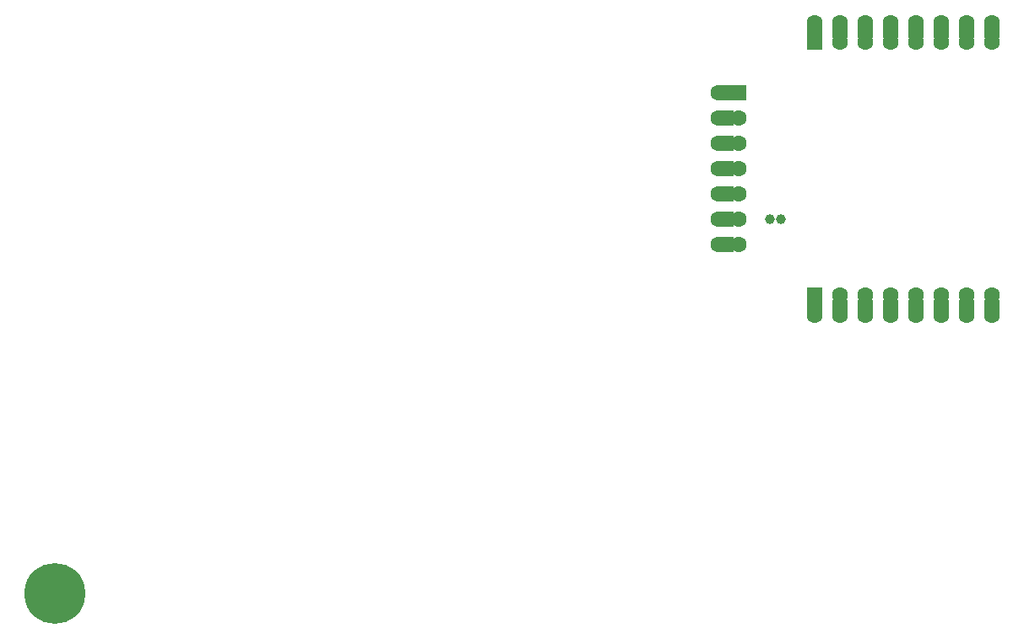
<source format=gbs>
G04 Layer_Color=16711935*
%FSLAX44Y44*%
%MOMM*%
G71*
G01*
G75*
%ADD41R,1.6000X1.6000*%
%ADD42R,1.6000X1.6000*%
%ADD61C,1.6000*%
%ADD62C,6.1000*%
%ADD63C,1.0000*%
D41*
X274400Y8300D02*
D03*
X249000D02*
D03*
X223600D02*
D03*
X198200D02*
D03*
X172800D02*
D03*
X147400D02*
D03*
X122000D02*
D03*
X96600D02*
D03*
X274400Y287300D02*
D03*
X249000D02*
D03*
X223600D02*
D03*
X198200D02*
D03*
X172800D02*
D03*
X147400D02*
D03*
X122000D02*
D03*
X96600D02*
D03*
Y20800D02*
D03*
Y274800D02*
D03*
D42*
X7900Y224000D02*
D03*
Y198600D02*
D03*
Y173200D02*
D03*
Y147800D02*
D03*
Y122400D02*
D03*
Y97000D02*
D03*
Y71600D02*
D03*
X20400Y224000D02*
D03*
D61*
X122000Y20800D02*
D03*
Y800D02*
D03*
X147400Y20800D02*
D03*
Y800D02*
D03*
X172800Y20800D02*
D03*
Y800D02*
D03*
X198200Y20800D02*
D03*
Y800D02*
D03*
X223600Y20800D02*
D03*
Y800D02*
D03*
X249000Y20800D02*
D03*
Y800D02*
D03*
X274400Y20800D02*
D03*
Y800D02*
D03*
X96600D02*
D03*
X122000Y274800D02*
D03*
Y294800D02*
D03*
X147400Y274800D02*
D03*
Y294800D02*
D03*
X172800Y274800D02*
D03*
Y294800D02*
D03*
X198200Y274800D02*
D03*
Y294800D02*
D03*
X223600Y274800D02*
D03*
Y294800D02*
D03*
X249000Y274800D02*
D03*
Y294800D02*
D03*
X274400Y274800D02*
D03*
Y294800D02*
D03*
X96600D02*
D03*
X400Y224000D02*
D03*
Y71600D02*
D03*
X20400D02*
D03*
X400Y97000D02*
D03*
X20400D02*
D03*
X400Y122400D02*
D03*
X20400D02*
D03*
X400Y147800D02*
D03*
X20400D02*
D03*
X400Y173200D02*
D03*
X20400D02*
D03*
X400Y198600D02*
D03*
X20400D02*
D03*
D62*
X-665300Y-278450D02*
D03*
D63*
X63250Y97000D02*
D03*
X52250D02*
D03*
M02*

</source>
